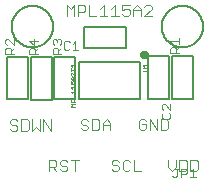
<source format=gbr>
G04 EAGLE Gerber RS-274X export*
G75*
%MOMM*%
%FSLAX34Y34*%
%LPD*%
%INSilkscreen Top*%
%IPPOS*%
%AMOC8*
5,1,8,0,0,1.08239X$1,22.5*%
G01*
%ADD10C,0.076200*%
%ADD11C,0.127000*%
%ADD12C,0.406400*%
%ADD13C,0.025400*%
%ADD14C,0.152400*%


D10*
X140481Y14307D02*
X140481Y8036D01*
X143616Y4901D01*
X146752Y8036D01*
X146752Y14307D01*
X149836Y14307D02*
X149836Y4901D01*
X154539Y4901D01*
X156107Y6469D01*
X156107Y12739D01*
X154539Y14307D01*
X149836Y14307D01*
X159191Y14307D02*
X159191Y4901D01*
X163894Y4901D01*
X165462Y6469D01*
X165462Y12739D01*
X163894Y14307D01*
X159191Y14307D01*
X121752Y47139D02*
X120184Y48707D01*
X117049Y48707D01*
X115481Y47139D01*
X115481Y40869D01*
X117049Y39301D01*
X120184Y39301D01*
X121752Y40869D01*
X121752Y44004D01*
X118616Y44004D01*
X124836Y39301D02*
X124836Y48707D01*
X131107Y39301D01*
X131107Y48707D01*
X134191Y48707D02*
X134191Y39301D01*
X138894Y39301D01*
X140462Y40869D01*
X140462Y47139D01*
X138894Y48707D01*
X134191Y48707D01*
X98752Y12539D02*
X97184Y14107D01*
X94049Y14107D01*
X92481Y12539D01*
X92481Y10972D01*
X94049Y9404D01*
X97184Y9404D01*
X98752Y7836D01*
X98752Y6269D01*
X97184Y4701D01*
X94049Y4701D01*
X92481Y6269D01*
X106539Y14107D02*
X108107Y12539D01*
X106539Y14107D02*
X103404Y14107D01*
X101836Y12539D01*
X101836Y6269D01*
X103404Y4701D01*
X106539Y4701D01*
X108107Y6269D01*
X111191Y4701D02*
X111191Y14107D01*
X111191Y4701D02*
X117462Y4701D01*
X72752Y46939D02*
X71184Y48507D01*
X68049Y48507D01*
X66481Y46939D01*
X66481Y45372D01*
X68049Y43804D01*
X71184Y43804D01*
X72752Y42236D01*
X72752Y40669D01*
X71184Y39101D01*
X68049Y39101D01*
X66481Y40669D01*
X75836Y39101D02*
X75836Y48507D01*
X75836Y39101D02*
X80539Y39101D01*
X82107Y40669D01*
X82107Y46939D01*
X80539Y48507D01*
X75836Y48507D01*
X85191Y45372D02*
X85191Y39101D01*
X85191Y45372D02*
X88327Y48507D01*
X91462Y45372D01*
X91462Y39101D01*
X91462Y43804D02*
X85191Y43804D01*
X39481Y13907D02*
X39481Y4501D01*
X39481Y13907D02*
X44184Y13907D01*
X45752Y12339D01*
X45752Y9204D01*
X44184Y7636D01*
X39481Y7636D01*
X42616Y7636D02*
X45752Y4501D01*
X55107Y12339D02*
X53539Y13907D01*
X50404Y13907D01*
X48836Y12339D01*
X48836Y10772D01*
X50404Y9204D01*
X53539Y9204D01*
X55107Y7636D01*
X55107Y6069D01*
X53539Y4501D01*
X50404Y4501D01*
X48836Y6069D01*
X61327Y4501D02*
X61327Y13907D01*
X64462Y13907D02*
X58191Y13907D01*
X12752Y46739D02*
X11184Y48307D01*
X8049Y48307D01*
X6481Y46739D01*
X6481Y45172D01*
X8049Y43604D01*
X11184Y43604D01*
X12752Y42036D01*
X12752Y40469D01*
X11184Y38901D01*
X8049Y38901D01*
X6481Y40469D01*
X15836Y38901D02*
X15836Y48307D01*
X15836Y38901D02*
X20539Y38901D01*
X22107Y40469D01*
X22107Y46739D01*
X20539Y48307D01*
X15836Y48307D01*
X25191Y48307D02*
X25191Y38901D01*
X28327Y42036D01*
X31462Y38901D01*
X31462Y48307D01*
X34547Y48307D02*
X34547Y38901D01*
X40817Y38901D02*
X34547Y48307D01*
X40817Y48307D02*
X40817Y38901D01*
X54641Y135921D02*
X54641Y145327D01*
X57776Y142192D01*
X60912Y145327D01*
X60912Y135921D01*
X63996Y135921D02*
X63996Y145327D01*
X68699Y145327D01*
X70267Y143759D01*
X70267Y140624D01*
X68699Y139056D01*
X63996Y139056D01*
X73351Y135921D02*
X73351Y145327D01*
X73351Y135921D02*
X79622Y135921D01*
X82707Y142192D02*
X85842Y145327D01*
X85842Y135921D01*
X82707Y135921D02*
X88977Y135921D01*
X92062Y142192D02*
X95197Y145327D01*
X95197Y135921D01*
X92062Y135921D02*
X98332Y135921D01*
X101417Y145327D02*
X107688Y145327D01*
X101417Y145327D02*
X101417Y140624D01*
X104552Y142192D01*
X106120Y142192D01*
X107688Y140624D01*
X107688Y137489D01*
X106120Y135921D01*
X102985Y135921D01*
X101417Y137489D01*
X110772Y135921D02*
X110772Y142192D01*
X113907Y145327D01*
X117043Y142192D01*
X117043Y135921D01*
X117043Y140624D02*
X110772Y140624D01*
X120127Y135921D02*
X126398Y135921D01*
X120127Y135921D02*
X126398Y142192D01*
X126398Y143759D01*
X124830Y145327D01*
X121695Y145327D01*
X120127Y143759D01*
D11*
X116900Y97280D02*
X64900Y97280D01*
X116900Y97280D02*
X116900Y65280D01*
X64900Y65280D01*
X64900Y97280D01*
D12*
X118486Y103280D02*
X118488Y103355D01*
X118494Y103429D01*
X118504Y103503D01*
X118517Y103576D01*
X118535Y103649D01*
X118556Y103720D01*
X118581Y103791D01*
X118610Y103860D01*
X118643Y103927D01*
X118679Y103992D01*
X118718Y104056D01*
X118760Y104117D01*
X118806Y104176D01*
X118855Y104233D01*
X118907Y104286D01*
X118961Y104337D01*
X119018Y104386D01*
X119078Y104430D01*
X119140Y104472D01*
X119204Y104511D01*
X119270Y104546D01*
X119337Y104577D01*
X119407Y104605D01*
X119477Y104629D01*
X119549Y104650D01*
X119622Y104666D01*
X119695Y104679D01*
X119770Y104688D01*
X119844Y104693D01*
X119919Y104694D01*
X119993Y104691D01*
X120068Y104684D01*
X120141Y104673D01*
X120215Y104659D01*
X120287Y104640D01*
X120358Y104618D01*
X120428Y104592D01*
X120497Y104562D01*
X120563Y104529D01*
X120628Y104492D01*
X120691Y104452D01*
X120752Y104408D01*
X120810Y104362D01*
X120866Y104312D01*
X120919Y104260D01*
X120970Y104205D01*
X121017Y104147D01*
X121061Y104087D01*
X121102Y104024D01*
X121140Y103960D01*
X121174Y103894D01*
X121205Y103825D01*
X121232Y103756D01*
X121255Y103685D01*
X121274Y103613D01*
X121290Y103540D01*
X121302Y103466D01*
X121310Y103392D01*
X121314Y103317D01*
X121314Y103243D01*
X121310Y103168D01*
X121302Y103094D01*
X121290Y103020D01*
X121274Y102947D01*
X121255Y102875D01*
X121232Y102804D01*
X121205Y102735D01*
X121174Y102666D01*
X121140Y102600D01*
X121102Y102536D01*
X121061Y102473D01*
X121017Y102413D01*
X120970Y102355D01*
X120919Y102300D01*
X120866Y102248D01*
X120810Y102198D01*
X120752Y102152D01*
X120691Y102108D01*
X120628Y102068D01*
X120563Y102031D01*
X120497Y101998D01*
X120428Y101968D01*
X120358Y101942D01*
X120287Y101920D01*
X120215Y101901D01*
X120141Y101887D01*
X120068Y101876D01*
X119993Y101869D01*
X119919Y101866D01*
X119844Y101867D01*
X119770Y101872D01*
X119695Y101881D01*
X119622Y101894D01*
X119549Y101910D01*
X119477Y101931D01*
X119407Y101955D01*
X119337Y101983D01*
X119270Y102014D01*
X119204Y102049D01*
X119140Y102088D01*
X119078Y102130D01*
X119018Y102174D01*
X118961Y102223D01*
X118907Y102274D01*
X118855Y102327D01*
X118806Y102384D01*
X118760Y102443D01*
X118718Y102504D01*
X118679Y102568D01*
X118643Y102633D01*
X118610Y102700D01*
X118581Y102769D01*
X118556Y102840D01*
X118535Y102911D01*
X118517Y102984D01*
X118504Y103057D01*
X118494Y103131D01*
X118488Y103205D01*
X118486Y103280D01*
D13*
X118964Y89163D02*
X122141Y89163D01*
X122777Y89798D01*
X122777Y91069D01*
X122141Y91705D01*
X118964Y91705D01*
X120235Y92905D02*
X118964Y94176D01*
X122777Y94176D01*
X122777Y92905D02*
X122777Y95447D01*
X61817Y59226D02*
X58004Y59226D01*
X59275Y60497D01*
X58004Y61768D01*
X61817Y61768D01*
X61817Y62968D02*
X58004Y62968D01*
X58004Y64875D01*
X58639Y65510D01*
X59910Y65510D01*
X60546Y64875D01*
X60546Y62968D01*
X61817Y66710D02*
X58004Y66710D01*
X61817Y66710D02*
X61817Y69253D01*
X59275Y70452D02*
X58004Y71723D01*
X61817Y71723D01*
X61817Y70452D02*
X61817Y72995D01*
X59275Y74194D02*
X58004Y75466D01*
X61817Y75466D01*
X61817Y76737D02*
X61817Y74194D01*
X58004Y77937D02*
X58004Y80479D01*
X58004Y77937D02*
X59910Y77937D01*
X59275Y79208D01*
X59275Y79843D01*
X59910Y80479D01*
X61181Y80479D01*
X61817Y79843D01*
X61817Y78572D01*
X61181Y77937D01*
X61817Y81679D02*
X59275Y81679D01*
X58004Y82950D01*
X59275Y84221D01*
X61817Y84221D01*
X59910Y84221D02*
X59910Y81679D01*
X61817Y85421D02*
X61817Y87963D01*
X61817Y85421D02*
X59275Y87963D01*
X58639Y87963D01*
X58004Y87327D01*
X58004Y86056D01*
X58639Y85421D01*
X58004Y90434D02*
X61817Y90434D01*
X58004Y89163D02*
X58004Y91705D01*
X59275Y92905D02*
X58004Y94176D01*
X61817Y94176D01*
X61817Y92905D02*
X61817Y95447D01*
D11*
X143400Y101820D02*
X161400Y101820D01*
X161400Y65820D01*
X143400Y65820D01*
X143400Y101820D01*
D10*
X142107Y104521D02*
X149479Y104521D01*
X142107Y104521D02*
X142107Y108207D01*
X143335Y109436D01*
X145793Y109436D01*
X147022Y108207D01*
X147022Y104521D01*
X147022Y106978D02*
X149479Y109436D01*
X144564Y112005D02*
X142107Y114463D01*
X149479Y114463D01*
X149479Y116920D02*
X149479Y112005D01*
D11*
X21860Y101360D02*
X3860Y101360D01*
X21860Y101360D02*
X21860Y65360D01*
X3860Y65360D01*
X3860Y101360D01*
D10*
X2567Y104061D02*
X9939Y104061D01*
X2567Y104061D02*
X2567Y107747D01*
X3795Y108976D01*
X6253Y108976D01*
X7482Y107747D01*
X7482Y104061D01*
X7482Y106518D02*
X9939Y108976D01*
X9939Y111545D02*
X9939Y116460D01*
X9939Y111545D02*
X5024Y116460D01*
X3795Y116460D01*
X2567Y115231D01*
X2567Y112774D01*
X3795Y111545D01*
X143791Y594D02*
X145019Y-635D01*
X146248Y-635D01*
X147477Y594D01*
X147477Y6737D01*
X148705Y6737D02*
X146248Y6737D01*
X151275Y6737D02*
X151275Y-635D01*
X151275Y6737D02*
X154961Y6737D01*
X156190Y5509D01*
X156190Y3051D01*
X154961Y1822D01*
X151275Y1822D01*
X158759Y4280D02*
X161216Y6737D01*
X161216Y-635D01*
X158759Y-635D02*
X163674Y-635D01*
D14*
X7900Y127000D02*
X7905Y127429D01*
X7921Y127859D01*
X7947Y128287D01*
X7984Y128715D01*
X8032Y129142D01*
X8089Y129568D01*
X8158Y129992D01*
X8236Y130414D01*
X8325Y130834D01*
X8424Y131252D01*
X8534Y131667D01*
X8654Y132080D01*
X8783Y132489D01*
X8923Y132896D01*
X9073Y133298D01*
X9232Y133697D01*
X9401Y134092D01*
X9580Y134482D01*
X9769Y134868D01*
X9966Y135249D01*
X10173Y135626D01*
X10390Y135997D01*
X10615Y136362D01*
X10849Y136722D01*
X11092Y137077D01*
X11344Y137425D01*
X11604Y137767D01*
X11872Y138102D01*
X12149Y138431D01*
X12433Y138752D01*
X12726Y139067D01*
X13026Y139374D01*
X13333Y139674D01*
X13648Y139967D01*
X13969Y140251D01*
X14298Y140528D01*
X14633Y140796D01*
X14975Y141056D01*
X15323Y141308D01*
X15678Y141551D01*
X16038Y141785D01*
X16403Y142010D01*
X16774Y142227D01*
X17151Y142434D01*
X17532Y142631D01*
X17918Y142820D01*
X18308Y142999D01*
X18703Y143168D01*
X19102Y143327D01*
X19504Y143477D01*
X19911Y143617D01*
X20320Y143746D01*
X20733Y143866D01*
X21148Y143976D01*
X21566Y144075D01*
X21986Y144164D01*
X22408Y144242D01*
X22832Y144311D01*
X23258Y144368D01*
X23685Y144416D01*
X24113Y144453D01*
X24541Y144479D01*
X24971Y144495D01*
X25400Y144500D01*
X25829Y144495D01*
X26259Y144479D01*
X26687Y144453D01*
X27115Y144416D01*
X27542Y144368D01*
X27968Y144311D01*
X28392Y144242D01*
X28814Y144164D01*
X29234Y144075D01*
X29652Y143976D01*
X30067Y143866D01*
X30480Y143746D01*
X30889Y143617D01*
X31296Y143477D01*
X31698Y143327D01*
X32097Y143168D01*
X32492Y142999D01*
X32882Y142820D01*
X33268Y142631D01*
X33649Y142434D01*
X34026Y142227D01*
X34397Y142010D01*
X34762Y141785D01*
X35122Y141551D01*
X35477Y141308D01*
X35825Y141056D01*
X36167Y140796D01*
X36502Y140528D01*
X36831Y140251D01*
X37152Y139967D01*
X37467Y139674D01*
X37774Y139374D01*
X38074Y139067D01*
X38367Y138752D01*
X38651Y138431D01*
X38928Y138102D01*
X39196Y137767D01*
X39456Y137425D01*
X39708Y137077D01*
X39951Y136722D01*
X40185Y136362D01*
X40410Y135997D01*
X40627Y135626D01*
X40834Y135249D01*
X41031Y134868D01*
X41220Y134482D01*
X41399Y134092D01*
X41568Y133697D01*
X41727Y133298D01*
X41877Y132896D01*
X42017Y132489D01*
X42146Y132080D01*
X42266Y131667D01*
X42376Y131252D01*
X42475Y130834D01*
X42564Y130414D01*
X42642Y129992D01*
X42711Y129568D01*
X42768Y129142D01*
X42816Y128715D01*
X42853Y128287D01*
X42879Y127859D01*
X42895Y127429D01*
X42900Y127000D01*
X42895Y126571D01*
X42879Y126141D01*
X42853Y125713D01*
X42816Y125285D01*
X42768Y124858D01*
X42711Y124432D01*
X42642Y124008D01*
X42564Y123586D01*
X42475Y123166D01*
X42376Y122748D01*
X42266Y122333D01*
X42146Y121920D01*
X42017Y121511D01*
X41877Y121104D01*
X41727Y120702D01*
X41568Y120303D01*
X41399Y119908D01*
X41220Y119518D01*
X41031Y119132D01*
X40834Y118751D01*
X40627Y118374D01*
X40410Y118003D01*
X40185Y117638D01*
X39951Y117278D01*
X39708Y116923D01*
X39456Y116575D01*
X39196Y116233D01*
X38928Y115898D01*
X38651Y115569D01*
X38367Y115248D01*
X38074Y114933D01*
X37774Y114626D01*
X37467Y114326D01*
X37152Y114033D01*
X36831Y113749D01*
X36502Y113472D01*
X36167Y113204D01*
X35825Y112944D01*
X35477Y112692D01*
X35122Y112449D01*
X34762Y112215D01*
X34397Y111990D01*
X34026Y111773D01*
X33649Y111566D01*
X33268Y111369D01*
X32882Y111180D01*
X32492Y111001D01*
X32097Y110832D01*
X31698Y110673D01*
X31296Y110523D01*
X30889Y110383D01*
X30480Y110254D01*
X30067Y110134D01*
X29652Y110024D01*
X29234Y109925D01*
X28814Y109836D01*
X28392Y109758D01*
X27968Y109689D01*
X27542Y109632D01*
X27115Y109584D01*
X26687Y109547D01*
X26259Y109521D01*
X25829Y109505D01*
X25400Y109500D01*
X24971Y109505D01*
X24541Y109521D01*
X24113Y109547D01*
X23685Y109584D01*
X23258Y109632D01*
X22832Y109689D01*
X22408Y109758D01*
X21986Y109836D01*
X21566Y109925D01*
X21148Y110024D01*
X20733Y110134D01*
X20320Y110254D01*
X19911Y110383D01*
X19504Y110523D01*
X19102Y110673D01*
X18703Y110832D01*
X18308Y111001D01*
X17918Y111180D01*
X17532Y111369D01*
X17151Y111566D01*
X16774Y111773D01*
X16403Y111990D01*
X16038Y112215D01*
X15678Y112449D01*
X15323Y112692D01*
X14975Y112944D01*
X14633Y113204D01*
X14298Y113472D01*
X13969Y113749D01*
X13648Y114033D01*
X13333Y114326D01*
X13026Y114626D01*
X12726Y114933D01*
X12433Y115248D01*
X12149Y115569D01*
X11872Y115898D01*
X11604Y116233D01*
X11344Y116575D01*
X11092Y116923D01*
X10849Y117278D01*
X10615Y117638D01*
X10390Y118003D01*
X10173Y118374D01*
X9966Y118751D01*
X9769Y119132D01*
X9580Y119518D01*
X9401Y119908D01*
X9232Y120303D01*
X9073Y120702D01*
X8923Y121104D01*
X8783Y121511D01*
X8654Y121920D01*
X8534Y122333D01*
X8424Y122748D01*
X8325Y123166D01*
X8236Y123586D01*
X8158Y124008D01*
X8089Y124432D01*
X8032Y124858D01*
X7984Y125285D01*
X7947Y125713D01*
X7921Y126141D01*
X7905Y126571D01*
X7900Y127000D01*
X134900Y127000D02*
X134905Y127429D01*
X134921Y127859D01*
X134947Y128287D01*
X134984Y128715D01*
X135032Y129142D01*
X135089Y129568D01*
X135158Y129992D01*
X135236Y130414D01*
X135325Y130834D01*
X135424Y131252D01*
X135534Y131667D01*
X135654Y132080D01*
X135783Y132489D01*
X135923Y132896D01*
X136073Y133298D01*
X136232Y133697D01*
X136401Y134092D01*
X136580Y134482D01*
X136769Y134868D01*
X136966Y135249D01*
X137173Y135626D01*
X137390Y135997D01*
X137615Y136362D01*
X137849Y136722D01*
X138092Y137077D01*
X138344Y137425D01*
X138604Y137767D01*
X138872Y138102D01*
X139149Y138431D01*
X139433Y138752D01*
X139726Y139067D01*
X140026Y139374D01*
X140333Y139674D01*
X140648Y139967D01*
X140969Y140251D01*
X141298Y140528D01*
X141633Y140796D01*
X141975Y141056D01*
X142323Y141308D01*
X142678Y141551D01*
X143038Y141785D01*
X143403Y142010D01*
X143774Y142227D01*
X144151Y142434D01*
X144532Y142631D01*
X144918Y142820D01*
X145308Y142999D01*
X145703Y143168D01*
X146102Y143327D01*
X146504Y143477D01*
X146911Y143617D01*
X147320Y143746D01*
X147733Y143866D01*
X148148Y143976D01*
X148566Y144075D01*
X148986Y144164D01*
X149408Y144242D01*
X149832Y144311D01*
X150258Y144368D01*
X150685Y144416D01*
X151113Y144453D01*
X151541Y144479D01*
X151971Y144495D01*
X152400Y144500D01*
X152829Y144495D01*
X153259Y144479D01*
X153687Y144453D01*
X154115Y144416D01*
X154542Y144368D01*
X154968Y144311D01*
X155392Y144242D01*
X155814Y144164D01*
X156234Y144075D01*
X156652Y143976D01*
X157067Y143866D01*
X157480Y143746D01*
X157889Y143617D01*
X158296Y143477D01*
X158698Y143327D01*
X159097Y143168D01*
X159492Y142999D01*
X159882Y142820D01*
X160268Y142631D01*
X160649Y142434D01*
X161026Y142227D01*
X161397Y142010D01*
X161762Y141785D01*
X162122Y141551D01*
X162477Y141308D01*
X162825Y141056D01*
X163167Y140796D01*
X163502Y140528D01*
X163831Y140251D01*
X164152Y139967D01*
X164467Y139674D01*
X164774Y139374D01*
X165074Y139067D01*
X165367Y138752D01*
X165651Y138431D01*
X165928Y138102D01*
X166196Y137767D01*
X166456Y137425D01*
X166708Y137077D01*
X166951Y136722D01*
X167185Y136362D01*
X167410Y135997D01*
X167627Y135626D01*
X167834Y135249D01*
X168031Y134868D01*
X168220Y134482D01*
X168399Y134092D01*
X168568Y133697D01*
X168727Y133298D01*
X168877Y132896D01*
X169017Y132489D01*
X169146Y132080D01*
X169266Y131667D01*
X169376Y131252D01*
X169475Y130834D01*
X169564Y130414D01*
X169642Y129992D01*
X169711Y129568D01*
X169768Y129142D01*
X169816Y128715D01*
X169853Y128287D01*
X169879Y127859D01*
X169895Y127429D01*
X169900Y127000D01*
X169895Y126571D01*
X169879Y126141D01*
X169853Y125713D01*
X169816Y125285D01*
X169768Y124858D01*
X169711Y124432D01*
X169642Y124008D01*
X169564Y123586D01*
X169475Y123166D01*
X169376Y122748D01*
X169266Y122333D01*
X169146Y121920D01*
X169017Y121511D01*
X168877Y121104D01*
X168727Y120702D01*
X168568Y120303D01*
X168399Y119908D01*
X168220Y119518D01*
X168031Y119132D01*
X167834Y118751D01*
X167627Y118374D01*
X167410Y118003D01*
X167185Y117638D01*
X166951Y117278D01*
X166708Y116923D01*
X166456Y116575D01*
X166196Y116233D01*
X165928Y115898D01*
X165651Y115569D01*
X165367Y115248D01*
X165074Y114933D01*
X164774Y114626D01*
X164467Y114326D01*
X164152Y114033D01*
X163831Y113749D01*
X163502Y113472D01*
X163167Y113204D01*
X162825Y112944D01*
X162477Y112692D01*
X162122Y112449D01*
X161762Y112215D01*
X161397Y111990D01*
X161026Y111773D01*
X160649Y111566D01*
X160268Y111369D01*
X159882Y111180D01*
X159492Y111001D01*
X159097Y110832D01*
X158698Y110673D01*
X158296Y110523D01*
X157889Y110383D01*
X157480Y110254D01*
X157067Y110134D01*
X156652Y110024D01*
X156234Y109925D01*
X155814Y109836D01*
X155392Y109758D01*
X154968Y109689D01*
X154542Y109632D01*
X154115Y109584D01*
X153687Y109547D01*
X153259Y109521D01*
X152829Y109505D01*
X152400Y109500D01*
X151971Y109505D01*
X151541Y109521D01*
X151113Y109547D01*
X150685Y109584D01*
X150258Y109632D01*
X149832Y109689D01*
X149408Y109758D01*
X148986Y109836D01*
X148566Y109925D01*
X148148Y110024D01*
X147733Y110134D01*
X147320Y110254D01*
X146911Y110383D01*
X146504Y110523D01*
X146102Y110673D01*
X145703Y110832D01*
X145308Y111001D01*
X144918Y111180D01*
X144532Y111369D01*
X144151Y111566D01*
X143774Y111773D01*
X143403Y111990D01*
X143038Y112215D01*
X142678Y112449D01*
X142323Y112692D01*
X141975Y112944D01*
X141633Y113204D01*
X141298Y113472D01*
X140969Y113749D01*
X140648Y114033D01*
X140333Y114326D01*
X140026Y114626D01*
X139726Y114933D01*
X139433Y115248D01*
X139149Y115569D01*
X138872Y115898D01*
X138604Y116233D01*
X138344Y116575D01*
X138092Y116923D01*
X137849Y117278D01*
X137615Y117638D01*
X137390Y118003D01*
X137173Y118374D01*
X136966Y118751D01*
X136769Y119132D01*
X136580Y119518D01*
X136401Y119908D01*
X136232Y120303D01*
X136073Y120702D01*
X135923Y121104D01*
X135783Y121511D01*
X135654Y121920D01*
X135534Y122333D01*
X135424Y122748D01*
X135325Y123166D01*
X135236Y123586D01*
X135158Y124008D01*
X135089Y124432D01*
X135032Y124858D01*
X134984Y125285D01*
X134947Y125713D01*
X134921Y126141D01*
X134905Y126571D01*
X134900Y127000D01*
D11*
X68820Y126760D02*
X68820Y108760D01*
X68820Y126760D02*
X104820Y126760D01*
X104820Y108760D01*
X68820Y108760D01*
D10*
X56828Y113617D02*
X55599Y114845D01*
X53141Y114845D01*
X51913Y113617D01*
X51913Y108702D01*
X53141Y107473D01*
X55599Y107473D01*
X56828Y108702D01*
X59397Y112388D02*
X61854Y114845D01*
X61854Y107473D01*
X59397Y107473D02*
X64312Y107473D01*
D11*
X123000Y65820D02*
X141000Y65820D01*
X123000Y65820D02*
X123000Y101820D01*
X141000Y101820D01*
X141000Y65820D01*
D10*
X136143Y53828D02*
X134915Y52599D01*
X134915Y50141D01*
X136143Y48913D01*
X141058Y48913D01*
X142287Y50141D01*
X142287Y52599D01*
X141058Y53828D01*
X142287Y56397D02*
X142287Y61312D01*
X142287Y56397D02*
X137372Y61312D01*
X136143Y61312D01*
X134915Y60083D01*
X134915Y57626D01*
X136143Y56397D01*
D11*
X61720Y101360D02*
X43720Y101360D01*
X61720Y101360D02*
X61720Y65360D01*
X43720Y65360D01*
X43720Y101360D01*
D10*
X42427Y104061D02*
X49799Y104061D01*
X42427Y104061D02*
X42427Y107747D01*
X43655Y108976D01*
X46113Y108976D01*
X47342Y107747D01*
X47342Y104061D01*
X47342Y106518D02*
X49799Y108976D01*
X43655Y111545D02*
X42427Y112774D01*
X42427Y115231D01*
X43655Y116460D01*
X44884Y116460D01*
X46113Y115231D01*
X46113Y114003D01*
X46113Y115231D02*
X47342Y116460D01*
X48570Y116460D01*
X49799Y115231D01*
X49799Y112774D01*
X48570Y111545D01*
D11*
X42000Y101000D02*
X24000Y101000D01*
X42000Y101000D02*
X42000Y65000D01*
X24000Y65000D01*
X24000Y101000D01*
D10*
X22707Y103701D02*
X30079Y103701D01*
X22707Y103701D02*
X22707Y107387D01*
X23935Y108616D01*
X26393Y108616D01*
X27622Y107387D01*
X27622Y103701D01*
X27622Y106158D02*
X30079Y108616D01*
X30079Y114871D02*
X22707Y114871D01*
X26393Y111185D01*
X26393Y116100D01*
M02*

</source>
